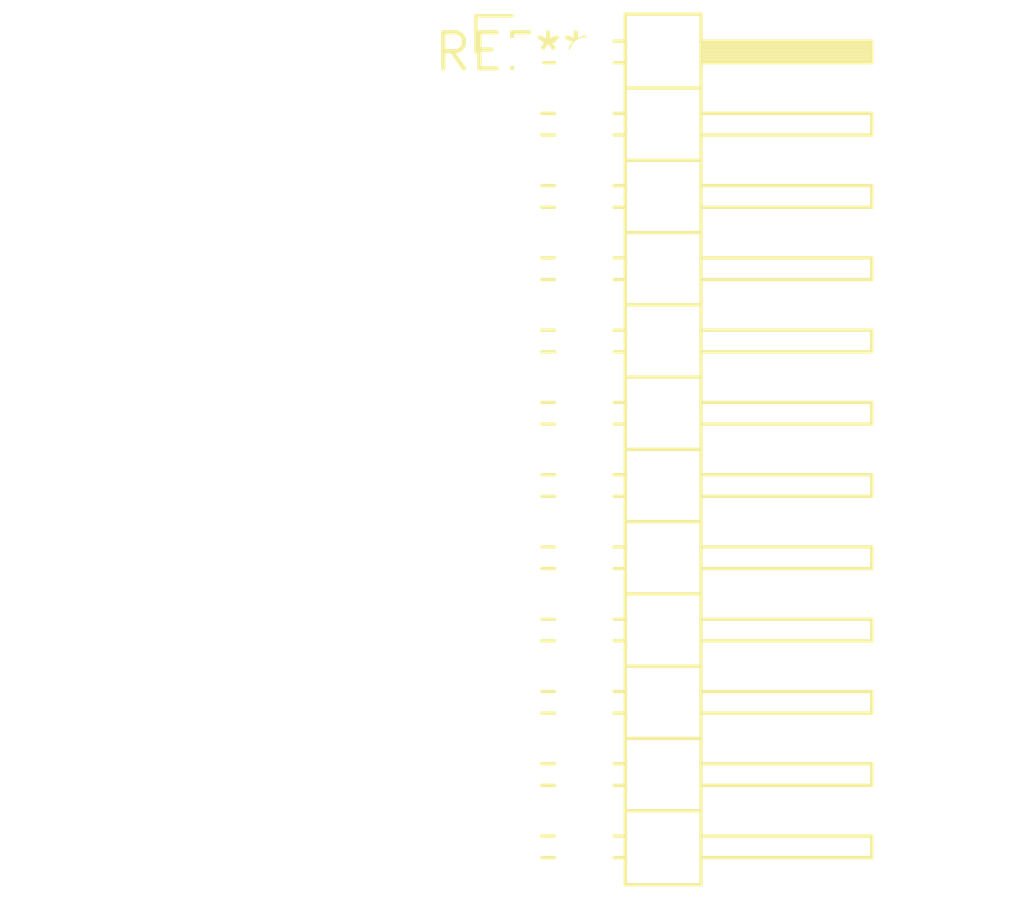
<source format=kicad_pcb>
(kicad_pcb (version 20240108) (generator pcbnew)
  (layers (0 "F.Cu" signal) (31 "B.Cu" signal) (34 "B.Paste" user) (35 "F.Paste" user) (36 "B.SilkS" user "B.Silkscreen") (37 "F.SilkS" user "F.Silkscreen") (38 "B.Mask" user) (39 "F.Mask" user) (44 "Edge.Cuts" user))
  (net 0 "")
  (footprint "PinHeader_2x12_P2.54mm_Horizontal" (layer "F.Cu") (at 0 0)
    (property "Reference" "REF**")
    (property "Value" "PinHeader_2x12_P2.54mm_Horizontal")
    (fp_line (start -1.27 -1.27) (end 0 -1.27) (layer "F.SilkS") (stroke (width 0.12)))
    (fp_line (start -1.27 0) (end -1.27 -1.27) (layer "F.SilkS") (stroke (width 0.12)))
    (fp_line (start 1.042929 2.16) (end 1.497071 2.16) (layer "F.SilkS") (stroke (width 0.12)))
    (fp_line (start 1.042929 2.92) (end 1.497071 2.92) (layer "F.SilkS") (stroke (width 0.12)))
    (fp_line (start 1.042929 4.7) (end 1.497071 4.7) (layer "F.SilkS") (stroke (width 0.12)))
    (fp_line (start 1.042929 5.46) (end 1.497071 5.46) (layer "F.SilkS") (stroke (width 0.12)))
    (fp_line (start 1.042929 7.24) (end 1.497071 7.24) (layer "F.SilkS") (stroke (width 0.12)))
    (fp_line (start 1.042929 8) (end 1.497071 8) (layer "F.SilkS") (stroke (width 0.12)))
    (fp_line (start 1.042929 9.78) (end 1.497071 9.78) (layer "F.SilkS") (stroke (width 0.12)))
    (fp_line (start 1.042929 10.54) (end 1.497071 10.54) (layer "F.SilkS") (stroke (width 0.12)))
    (fp_line (start 1.042929 12.32) (end 1.497071 12.32) (layer "F.SilkS") (stroke (width 0.12)))
    (fp_line (start 1.042929 13.08) (end 1.497071 13.08) (layer "F.SilkS") (stroke (width 0.12)))
    (fp_line (start 1.042929 14.86) (end 1.497071 14.86) (layer "F.SilkS") (stroke (width 0.12)))
    (fp_line (start 1.042929 15.62) (end 1.497071 15.62) (layer "F.SilkS") (stroke (width 0.12)))
    (fp_line (start 1.042929 17.4) (end 1.497071 17.4) (layer "F.SilkS") (stroke (width 0.12)))
    (fp_line (start 1.042929 18.16) (end 1.497071 18.16) (layer "F.SilkS") (stroke (width 0.12)))
    (fp_line (start 1.042929 19.94) (end 1.497071 19.94) (layer "F.SilkS") (stroke (width 0.12)))
    (fp_line (start 1.042929 20.7) (end 1.497071 20.7) (layer "F.SilkS") (stroke (width 0.12)))
    (fp_line (start 1.042929 22.48) (end 1.497071 22.48) (layer "F.SilkS") (stroke (width 0.12)))
    (fp_line (start 1.042929 23.24) (end 1.497071 23.24) (layer "F.SilkS") (stroke (width 0.12)))
    (fp_line (start 1.042929 25.02) (end 1.497071 25.02) (layer "F.SilkS") (stroke (width 0.12)))
    (fp_line (start 1.042929 25.78) (end 1.497071 25.78) (layer "F.SilkS") (stroke (width 0.12)))
    (fp_line (start 1.042929 27.56) (end 1.497071 27.56) (layer "F.SilkS") (stroke (width 0.12)))
    (fp_line (start 1.042929 28.32) (end 1.497071 28.32) (layer "F.SilkS") (stroke (width 0.12)))
    (fp_line (start 1.11 -0.38) (end 1.497071 -0.38) (layer "F.SilkS") (stroke (width 0.12)))
    (fp_line (start 1.11 0.38) (end 1.497071 0.38) (layer "F.SilkS") (stroke (width 0.12)))
    (fp_line (start 3.582929 -0.38) (end 3.98 -0.38) (layer "F.SilkS") (stroke (width 0.12)))
    (fp_line (start 3.582929 0.38) (end 3.98 0.38) (layer "F.SilkS") (stroke (width 0.12)))
    (fp_line (start 3.582929 2.16) (end 3.98 2.16) (layer "F.SilkS") (stroke (width 0.12)))
    (fp_line (start 3.582929 2.92) (end 3.98 2.92) (layer "F.SilkS") (stroke (width 0.12)))
    (fp_line (start 3.582929 4.7) (end 3.98 4.7) (layer "F.SilkS") (stroke (width 0.12)))
    (fp_line (start 3.582929 5.46) (end 3.98 5.46) (layer "F.SilkS") (stroke (width 0.12)))
    (fp_line (start 3.582929 7.24) (end 3.98 7.24) (layer "F.SilkS") (stroke (width 0.12)))
    (fp_line (start 3.582929 8) (end 3.98 8) (layer "F.SilkS") (stroke (width 0.12)))
    (fp_line (start 3.582929 9.78) (end 3.98 9.78) (layer "F.SilkS") (stroke (width 0.12)))
    (fp_line (start 3.582929 10.54) (end 3.98 10.54) (layer "F.SilkS") (stroke (width 0.12)))
    (fp_line (start 3.582929 12.32) (end 3.98 12.32) (layer "F.SilkS") (stroke (width 0.12)))
    (fp_line (start 3.582929 13.08) (end 3.98 13.08) (layer "F.SilkS") (stroke (width 0.12)))
    (fp_line (start 3.582929 14.86) (end 3.98 14.86) (layer "F.SilkS") (stroke (width 0.12)))
    (fp_line (start 3.582929 15.62) (end 3.98 15.62) (layer "F.SilkS") (stroke (width 0.12)))
    (fp_line (start 3.582929 17.4) (end 3.98 17.4) (layer "F.SilkS") (stroke (width 0.12)))
    (fp_line (start 3.582929 18.16) (end 3.98 18.16) (layer "F.SilkS") (stroke (width 0.12)))
    (fp_line (start 3.582929 19.94) (end 3.98 19.94) (layer "F.SilkS") (stroke (width 0.12)))
    (fp_line (start 3.582929 20.7) (end 3.98 20.7) (layer "F.SilkS") (stroke (width 0.12)))
    (fp_line (start 3.582929 22.48) (end 3.98 22.48) (layer "F.SilkS") (stroke (width 0.12)))
    (fp_line (start 3.582929 23.24) (end 3.98 23.24) (layer "F.SilkS") (stroke (width 0.12)))
    (fp_line (start 3.582929 25.02) (end 3.98 25.02) (layer "F.SilkS") (stroke (width 0.12)))
    (fp_line (start 3.582929 25.78) (end 3.98 25.78) (layer "F.SilkS") (stroke (width 0.12)))
    (fp_line (start 3.582929 27.56) (end 3.98 27.56) (layer "F.SilkS") (stroke (width 0.12)))
    (fp_line (start 3.582929 28.32) (end 3.98 28.32) (layer "F.SilkS") (stroke (width 0.12)))
    (fp_line (start 3.98 -1.33) (end 3.98 29.27) (layer "F.SilkS") (stroke (width 0.12)))
    (fp_line (start 3.98 1.27) (end 6.64 1.27) (layer "F.SilkS") (stroke (width 0.12)))
    (fp_line (start 3.98 3.81) (end 6.64 3.81) (layer "F.SilkS") (stroke (width 0.12)))
    (fp_line (start 3.98 6.35) (end 6.64 6.35) (layer "F.SilkS") (stroke (width 0.12)))
    (fp_line (start 3.98 8.89) (end 6.64 8.89) (layer "F.SilkS") (stroke (width 0.12)))
    (fp_line (start 3.98 11.43) (end 6.64 11.43) (layer "F.SilkS") (stroke (width 0.12)))
    (fp_line (start 3.98 13.97) (end 6.64 13.97) (layer "F.SilkS") (stroke (width 0.12)))
    (fp_line (start 3.98 16.51) (end 6.64 16.51) (layer "F.SilkS") (stroke (width 0.12)))
    (fp_line (start 3.98 19.05) (end 6.64 19.05) (layer "F.SilkS") (stroke (width 0.12)))
    (fp_line (start 3.98 21.59) (end 6.64 21.59) (layer "F.SilkS") (stroke (width 0.12)))
    (fp_line (start 3.98 24.13) (end 6.64 24.13) (layer "F.SilkS") (stroke (width 0.12)))
    (fp_line (start 3.98 26.67) (end 6.64 26.67) (layer "F.SilkS") (stroke (width 0.12)))
    (fp_line (start 3.98 29.27) (end 6.64 29.27) (layer "F.SilkS") (stroke (width 0.12)))
    (fp_line (start 6.64 -1.33) (end 3.98 -1.33) (layer "F.SilkS") (stroke (width 0.12)))
    (fp_line (start 6.64 -0.38) (end 12.64 -0.38) (layer "F.SilkS") (stroke (width 0.12)))
    (fp_line (start 6.64 -0.32) (end 12.64 -0.32) (layer "F.SilkS") (stroke (width 0.12)))
    (fp_line (start 6.64 -0.2) (end 12.64 -0.2) (layer "F.SilkS") (stroke (width 0.12)))
    (fp_line (start 6.64 -0.08) (end 12.64 -0.08) (layer "F.SilkS") (stroke (width 0.12)))
    (fp_line (start 6.64 0.04) (end 12.64 0.04) (layer "F.SilkS") (stroke (width 0.12)))
    (fp_line (start 6.64 0.16) (end 12.64 0.16) (layer "F.SilkS") (stroke (width 0.12)))
    (fp_line (start 6.64 0.28) (end 12.64 0.28) (layer "F.SilkS") (stroke (width 0.12)))
    (fp_line (start 6.64 2.16) (end 12.64 2.16) (layer "F.SilkS") (stroke (width 0.12)))
    (fp_line (start 6.64 4.7) (end 12.64 4.7) (layer "F.SilkS") (stroke (width 0.12)))
    (fp_line (start 6.64 7.24) (end 12.64 7.24) (layer "F.SilkS") (stroke (width 0.12)))
    (fp_line (start 6.64 9.78) (end 12.64 9.78) (layer "F.SilkS") (stroke (width 0.12)))
    (fp_line (start 6.64 12.32) (end 12.64 12.32) (layer "F.SilkS") (stroke (width 0.12)))
    (fp_line (start 6.64 14.86) (end 12.64 14.86) (layer "F.SilkS") (stroke (width 0.12)))
    (fp_line (start 6.64 17.4) (end 12.64 17.4) (layer "F.SilkS") (stroke (width 0.12)))
    (fp_line (start 6.64 19.94) (end 12.64 19.94) (layer "F.SilkS") (stroke (width 0.12)))
    (fp_line (start 6.64 22.48) (end 12.64 22.48) (layer "F.SilkS") (stroke (width 0.12)))
    (fp_line (start 6.64 25.02) (end 12.64 25.02) (layer "F.SilkS") (stroke (width 0.12)))
    (fp_line (start 6.64 27.56) (end 12.64 27.56) (layer "F.SilkS") (stroke (width 0.12)))
    (fp_line (start 6.64 29.27) (end 6.64 -1.33) (layer "F.SilkS") (stroke (width 0.12)))
    (fp_line (start 12.64 -0.38) (end 12.64 0.38) (layer "F.SilkS") (stroke (width 0.12)))
    (fp_line (start 12.64 0.38) (end 6.64 0.38) (layer "F.SilkS") (stroke (width 0.12)))
    (fp_line (start 12.64 2.16) (end 12.64 2.92) (layer "F.SilkS") (stroke (width 0.12)))
    (fp_line (start 12.64 2.92) (end 6.64 2.92) (layer "F.SilkS") (stroke (width 0.12)))
    (fp_line (start 12.64 4.7) (end 12.64 5.46) (layer "F.SilkS") (stroke (width 0.12)))
    (fp_line (start 12.64 5.46) (end 6.64 5.46) (layer "F.SilkS") (stroke (width 0.12)))
    (fp_line (start 12.64 7.24) (end 12.64 8) (layer "F.SilkS") (stroke (width 0.12)))
    (fp_line (start 12.64 8) (end 6.64 8) (layer "F.SilkS") (stroke (width 0.12)))
    (fp_line (start 12.64 9.78) (end 12.64 10.54) (layer "F.SilkS") (stroke (width 0.12)))
    (fp_line (start 12.64 10.54) (end 6.64 10.54) (layer "F.SilkS") (stroke (width 0.12)))
    (fp_line (start 12.64 12.32) (end 12.64 13.08) (layer "F.SilkS") (stroke (width 0.12)))
    (fp_line (start 12.64 13.08) (end 6.64 13.08) (layer "F.SilkS") (stroke (width 0.12)))
    (fp_line (start 12.64 14.86) (end 12.64 15.62) (layer "F.SilkS") (stroke (width 0.12)))
    (fp_line (start 12.64 15.62) (end 6.64 15.62) (layer "F.SilkS") (stroke (width 0.12)))
    (fp_line (start 12.64 17.4) (end 12.64 18.16) (layer "F.SilkS") (stroke (width 0.12)))
    (fp_line (start 12.64 18.16) (end 6.64 18.16) (layer "F.SilkS") (stroke (width 0.12)))
    (fp_line (start 12.64 19.94) (end 12.64 20.7) (layer "F.SilkS") (stroke (width 0.12)))
    (fp_line (start 12.64 20.7) (end 6.64 20.7) (layer "F.SilkS") (stroke (width 0.12)))
    (fp_line (start 12.64 22.48) (end 12.64 23.24) (layer "F.SilkS") (stroke (width 0.12)))
    (fp_line (start 12.64 23.24) (end 6.64 23.24) (layer "F.SilkS") (stroke (width 0.12)))
    (fp_line (start 12.64 25.02) (end 12.64 25.78) (layer "F.SilkS") (stroke (width 0.12)))
    (fp_line (start 12.64 25.78) (end 6.64 25.78) (layer "F.SilkS") (stroke (width 0.12)))
    (fp_line (start 12.64 27.56) (end 12.64 28.32) (layer "F.SilkS") (stroke (width 0.12)))
    (fp_line (start 12.64 28.32) (end 6.64 28.32) (layer "F.SilkS") (stroke (width 0.12)))
    (pad "1" thru_hole rect (at 0 0) (size 1.7 1.7) (drill 1) (layers *.Cu *.Mask) (remove_unused_layers))
    (pad "2" thru_hole oval (at 2.54 0) (size 1.7 1.7) (drill 1) (layers *.Cu *.Mask) (remove_unused_layers))
    (pad "3" thru_hole oval (at 0 2.54) (size 1.7 1.7) (drill 1) (layers *.Cu *.Mask) (remove_unused_layers))
    (pad "4" thru_hole oval (at 2.54 2.54) (size 1.7 1.7) (drill 1) (layers *.Cu *.Mask) (remove_unused_layers))
    (pad "5" thru_hole oval (at 0 5.08) (size 1.7 1.7) (drill 1) (layers *.Cu *.Mask) (remove_unused_layers))
    (pad "6" thru_hole oval (at 2.54 5.08) (size 1.7 1.7) (drill 1) (layers *.Cu *.Mask) (remove_unused_layers))
    (pad "7" thru_hole oval (at 0 7.62) (size 1.7 1.7) (drill 1) (layers *.Cu *.Mask) (remove_unused_layers))
    (pad "8" thru_hole oval (at 2.54 7.62) (size 1.7 1.7) (drill 1) (layers *.Cu *.Mask) (remove_unused_layers))
    (pad "9" thru_hole oval (at 0 10.16) (size 1.7 1.7) (drill 1) (layers *.Cu *.Mask) (remove_unused_layers))
    (pad "10" thru_hole oval (at 2.54 10.16) (size 1.7 1.7) (drill 1) (layers *.Cu *.Mask) (remove_unused_layers))
    (pad "11" thru_hole oval (at 0 12.7) (size 1.7 1.7) (drill 1) (layers *.Cu *.Mask) (remove_unused_layers))
    (pad "12" thru_hole oval (at 2.54 12.7) (size 1.7 1.7) (drill 1) (layers *.Cu *.Mask) (remove_unused_layers))
    (pad "13" thru_hole oval (at 0 15.24) (size 1.7 1.7) (drill 1) (layers *.Cu *.Mask) (remove_unused_layers))
    (pad "14" thru_hole oval (at 2.54 15.24) (size 1.7 1.7) (drill 1) (layers *.Cu *.Mask) (remove_unused_layers))
    (pad "15" thru_hole oval (at 0 17.78) (size 1.7 1.7) (drill 1) (layers *.Cu *.Mask) (remove_unused_layers))
    (pad "16" thru_hole oval (at 2.54 17.78) (size 1.7 1.7) (drill 1) (layers *.Cu *.Mask) (remove_unused_layers))
    (pad "17" thru_hole oval (at 0 20.32) (size 1.7 1.7) (drill 1) (layers *.Cu *.Mask) (remove_unused_layers))
    (pad "18" thru_hole oval (at 2.54 20.32) (size 1.7 1.7) (drill 1) (layers *.Cu *.Mask) (remove_unused_layers))
    (pad "19" thru_hole oval (at 0 22.86) (size 1.7 1.7) (drill 1) (layers *.Cu *.Mask) (remove_unused_layers))
    (pad "20" thru_hole oval (at 2.54 22.86) (size 1.7 1.7) (drill 1) (layers *.Cu *.Mask) (remove_unused_layers))
    (pad "21" thru_hole oval (at 0 25.4) (size 1.7 1.7) (drill 1) (layers *.Cu *.Mask) (remove_unused_layers))
    (pad "22" thru_hole oval (at 2.54 25.4) (size 1.7 1.7) (drill 1) (layers *.Cu *.Mask) (remove_unused_layers))
    (pad "23" thru_hole oval (at 0 27.94) (size 1.7 1.7) (drill 1) (layers *.Cu *.Mask) (remove_unused_layers))
    (pad "24" thru_hole oval (at 2.54 27.94) (size 1.7 1.7) (drill 1) (layers *.Cu *.Mask) (remove_unused_layers))
  )
)
</source>
